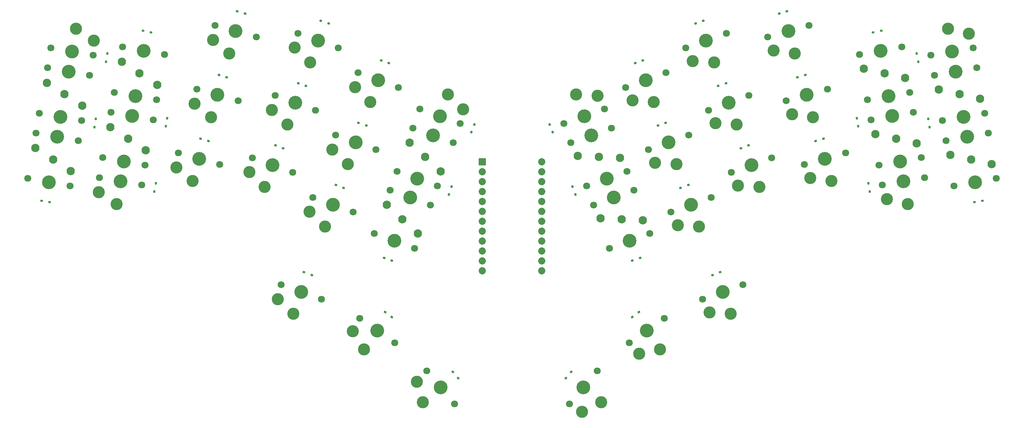
<source format=gbr>
%TF.GenerationSoftware,KiCad,Pcbnew,9.0.2*%
%TF.CreationDate,2025-06-13T21:11:19+02:00*%
%TF.ProjectId,quacken_pcb,71756163-6b65-46e5-9f70-63622e6b6963,v1.0.0*%
%TF.SameCoordinates,Original*%
%TF.FileFunction,Soldermask,Top*%
%TF.FilePolarity,Negative*%
%FSLAX46Y46*%
G04 Gerber Fmt 4.6, Leading zero omitted, Abs format (unit mm)*
G04 Created by KiCad (PCBNEW 9.0.2) date 2025-06-13 21:11:19*
%MOMM*%
%LPD*%
G01*
G04 APERTURE LIST*
G04 Aperture macros list*
%AMRoundRect*
0 Rectangle with rounded corners*
0 $1 Rounding radius*
0 $2 $3 $4 $5 $6 $7 $8 $9 X,Y pos of 4 corners*
0 Add a 4 corners polygon primitive as box body*
4,1,4,$2,$3,$4,$5,$6,$7,$8,$9,$2,$3,0*
0 Add four circle primitives for the rounded corners*
1,1,$1+$1,$2,$3*
1,1,$1+$1,$4,$5*
1,1,$1+$1,$6,$7*
1,1,$1+$1,$8,$9*
0 Add four rect primitives between the rounded corners*
20,1,$1+$1,$2,$3,$4,$5,0*
20,1,$1+$1,$4,$5,$6,$7,0*
20,1,$1+$1,$6,$7,$8,$9,0*
20,1,$1+$1,$8,$9,$2,$3,0*%
G04 Aperture macros list end*
%ADD10C,1.801800*%
%ADD11C,3.100000*%
%ADD12C,3.529000*%
%ADD13RoundRect,0.137500X0.056528X-0.246712X0.201887X0.152657X-0.056528X0.246712X-0.201887X-0.152657X0*%
%ADD14RoundRect,0.137500X-0.201887X0.152657X-0.056528X-0.246712X0.201887X-0.152657X0.056528X0.246712X0*%
%ADD15RoundRect,0.137500X0.246712X0.056528X-0.152657X0.201887X-0.246712X-0.056528X0.152657X-0.201887X0*%
%ADD16C,2.132000*%
%ADD17RoundRect,0.137500X0.242168X0.073601X-0.166368X0.190746X-0.242168X-0.073601X0.166368X-0.190746X0*%
%ADD18RoundRect,0.137500X0.185395X0.172311X-0.233148X0.098511X-0.185395X-0.172311X0.233148X-0.098511X0*%
%ADD19RoundRect,0.137500X0.152657X0.201887X-0.246712X0.056528X-0.152657X-0.201887X0.246712X-0.056528X0*%
%ADD20RoundRect,0.137500X0.098511X-0.233148X0.172311X0.185395X-0.098511X0.233148X-0.172311X-0.185395X0*%
%ADD21RoundRect,0.137500X0.166368X0.190746X-0.242168X0.073601X-0.166368X-0.190746X0.242168X-0.073601X0*%
%ADD22RoundRect,0.137500X-0.152657X-0.201887X0.246712X-0.056528X0.152657X0.201887X-0.246712X0.056528X0*%
%ADD23RoundRect,0.050000X-0.876300X0.876300X-0.876300X-0.876300X0.876300X-0.876300X0.876300X0.876300X0*%
%ADD24C,1.852600*%
%ADD25RoundRect,0.137500X0.233148X0.098511X-0.185395X0.172311X-0.233148X-0.098511X0.185395X-0.172311X0*%
%ADD26RoundRect,0.137500X-0.098511X0.233148X-0.172311X-0.185395X0.098511X-0.233148X0.172311X0.185395X0*%
%ADD27RoundRect,0.137500X-0.172311X0.185395X-0.098511X-0.233148X0.172311X-0.185395X0.098511X0.233148X0*%
%ADD28RoundRect,0.137500X0.031261X0.251168X-0.241923X-0.074401X-0.031261X-0.251168X0.241923X0.074401X0*%
%ADD29RoundRect,0.137500X0.252937X-0.009252X-0.095203X0.234518X-0.252937X0.009252X0.095203X-0.234518X0*%
%ADD30RoundRect,0.137500X0.095203X0.234518X-0.252937X-0.009252X-0.095203X-0.234518X0.252937X0.009252X0*%
%ADD31RoundRect,0.137500X-0.233148X-0.098511X0.185395X-0.172311X0.233148X0.098511X-0.185395X0.172311X0*%
%ADD32RoundRect,0.137500X-0.185395X-0.172311X0.233148X-0.098511X0.185395X0.172311X-0.233148X0.098511X0*%
%ADD33RoundRect,0.137500X0.241923X-0.074401X-0.031261X0.251168X-0.241923X0.074401X0.031261X-0.251168X0*%
%ADD34RoundRect,0.137500X-0.246712X-0.056528X0.152657X-0.201887X0.246712X0.056528X-0.152657X0.201887X0*%
G04 APERTURE END LIST*
D10*
%TO.C,S20*%
X252733105Y-94236241D03*
D11*
X249599816Y-101708523D03*
D12*
X247564796Y-96117353D03*
D11*
X244148909Y-101351301D03*
D10*
X242396487Y-97998465D03*
%TD*%
D13*
%TO.C,*%
X187440058Y-119603703D03*
X188158300Y-117630349D03*
%TD*%
D10*
%TO.C,S23*%
X237272225Y-104386292D03*
D11*
X234138936Y-111858574D03*
D12*
X232103916Y-106267404D03*
D11*
X228688029Y-111501352D03*
D10*
X226935607Y-108148516D03*
%TD*%
D14*
%TO.C,*%
X213321228Y-133605120D03*
X214039470Y-135578474D03*
%TD*%
D15*
%TO.C,*%
X160443712Y-117902839D03*
X158470358Y-117184597D03*
%TD*%
D10*
%TO.C,S27*%
X105843138Y-116424661D03*
X103794087Y-128045393D03*
D12*
X100426695Y-115469596D03*
X98377643Y-127090326D03*
D10*
X92961204Y-126135262D03*
X95010252Y-114514531D03*
D16*
X94842790Y-118343623D03*
X99402171Y-121279962D03*
X103961547Y-124216299D03*
%TD*%
D10*
%TO.C,S9*%
X162915234Y-124123286D03*
D11*
X155711909Y-127833349D03*
D12*
X157746928Y-122242178D03*
D11*
X151765890Y-124055925D03*
D10*
X152578622Y-120361070D03*
%TD*%
D17*
%TO.C,*%
X120014931Y-121893109D03*
X117996281Y-121314271D03*
%TD*%
D18*
%TO.C,*%
X292452289Y-93621494D03*
X290384193Y-93986156D03*
%TD*%
D19*
%TO.C,*%
X246841367Y-91059757D03*
X244868013Y-91778001D03*
%TD*%
D10*
%TO.C,S12*%
X167787136Y-173616904D03*
D12*
X163281799Y-170462238D03*
D11*
X159869016Y-175336193D03*
X157035129Y-170666176D03*
D10*
X158776462Y-167307572D03*
%TD*%
%TO.C,S3*%
X127600179Y-111584554D03*
D11*
X120673199Y-115788053D03*
D12*
X122313240Y-110068548D03*
D11*
X116473290Y-112295091D03*
D10*
X117026301Y-108552542D03*
%TD*%
D19*
%TO.C,*%
X251149254Y-155524044D03*
X249175900Y-156242288D03*
%TD*%
%TO.C,*%
X252655716Y-107034535D03*
X250682362Y-107752779D03*
%TD*%
D20*
%TO.C,*%
X106155602Y-134808210D03*
X106520264Y-132740114D03*
%TD*%
D10*
%TO.C,S28*%
X108795143Y-99682928D03*
X106746092Y-111303660D03*
D12*
X103378700Y-98727863D03*
X101329648Y-110348593D03*
D10*
X95913209Y-109393529D03*
X97962257Y-97772798D03*
D16*
X97794795Y-101601890D03*
X102354176Y-104538229D03*
X106913552Y-107474566D03*
%TD*%
D21*
%TO.C,*%
X277668921Y-121314268D03*
X275650271Y-121893106D03*
%TD*%
D10*
%TO.C,S37*%
X218747772Y-138281125D03*
X222783611Y-149369500D03*
D12*
X227951920Y-147488388D03*
X223916083Y-136400014D03*
D10*
X229084392Y-134518906D03*
X233120229Y-145607276D03*
D16*
X231350707Y-142207455D03*
X225934003Y-141944201D03*
X220517295Y-141680950D03*
%TD*%
D14*
%TO.C,*%
X207506880Y-117630350D03*
X208225124Y-119603704D03*
%TD*%
D10*
%TO.C,S39*%
X79645322Y-97995488D03*
D11*
X86094972Y-93090946D03*
D12*
X85061765Y-98950553D03*
D11*
X90636983Y-96125765D03*
D10*
X90478208Y-99905618D03*
%TD*%
D20*
%TO.C,*%
X90790688Y-118289158D03*
X91155350Y-116221062D03*
%TD*%
D22*
%TO.C,*%
X228675350Y-152545973D03*
X230648704Y-151827731D03*
%TD*%
D20*
%TO.C,*%
X93742697Y-101547427D03*
X94107359Y-99479331D03*
%TD*%
D23*
%TO.C,MCU1*%
X190212593Y-127246948D03*
D24*
X190212592Y-129786947D03*
X190212591Y-132326949D03*
X190212591Y-134866948D03*
X190212589Y-137406947D03*
X190212594Y-139946948D03*
X190212594Y-142486947D03*
X190212591Y-145026950D03*
X190212592Y-147566950D03*
X190212591Y-150106948D03*
X190212591Y-152646949D03*
X190212591Y-155186949D03*
X205452593Y-127246947D03*
X205452593Y-129786947D03*
X205452593Y-132326948D03*
X205452592Y-134866946D03*
X205452593Y-137406946D03*
X205452590Y-139946949D03*
X205452590Y-142486948D03*
X205452595Y-145026949D03*
X205452593Y-147566948D03*
X205452593Y-150106947D03*
X205452592Y-152646949D03*
X205452591Y-155186948D03*
%TD*%
D10*
%TO.C,S26*%
X219650830Y-180837103D03*
D12*
X216115496Y-185050348D03*
D11*
X220673458Y-188874935D03*
X215774226Y-191291024D03*
D10*
X212580162Y-189263593D03*
%TD*%
%TO.C,S7*%
X153268703Y-97998450D03*
D11*
X146065378Y-101708513D03*
D12*
X148100397Y-96117342D03*
D11*
X142119359Y-97931089D03*
D10*
X142932091Y-94236234D03*
%TD*%
D25*
%TO.C,*%
X105280994Y-93986157D03*
X103212898Y-93621495D03*
%TD*%
D10*
%TO.C,S30*%
X297702926Y-97772797D03*
X299751971Y-109393528D03*
D12*
X292286482Y-98727860D03*
X294335527Y-110348593D03*
D10*
X288919088Y-111303654D03*
X286870038Y-99682923D03*
D16*
X288022306Y-103338371D03*
X293311006Y-104538226D03*
X298599707Y-105738081D03*
%TD*%
D19*
%TO.C,*%
X258470049Y-123009304D03*
X256496695Y-123727548D03*
%TD*%
D10*
%TO.C,S8*%
X157100897Y-140098060D03*
D11*
X149897572Y-143808123D03*
D12*
X151932591Y-138216952D03*
D11*
X145951553Y-140030699D03*
D10*
X146764285Y-136335844D03*
%TD*%
D19*
%TO.C,*%
X243009176Y-133159356D03*
X241035822Y-133877600D03*
%TD*%
D10*
%TO.C,S22*%
X243086560Y-120361063D03*
D11*
X239953271Y-127833345D03*
D12*
X237918251Y-122242175D03*
D11*
X234502364Y-127476123D03*
D10*
X232749942Y-124123287D03*
%TD*%
%TO.C,S10*%
X168729586Y-108148510D03*
D11*
X161526261Y-111858573D03*
D12*
X163561280Y-106267402D03*
D11*
X157580242Y-108081149D03*
D10*
X158392974Y-104386294D03*
%TD*%
%TO.C,S11*%
X148960826Y-162462735D03*
D11*
X141757501Y-166172798D03*
D12*
X143792520Y-160581627D03*
D11*
X137811482Y-162395374D03*
D10*
X138624214Y-158700519D03*
%TD*%
%TO.C,S14*%
X303606964Y-131256269D03*
D11*
X299223727Y-138070937D03*
D12*
X298190520Y-132211332D03*
D11*
X293917662Y-136772602D03*
D10*
X292774076Y-133166395D03*
%TD*%
%TO.C,S32*%
X76693306Y-114737210D03*
X78742357Y-103116478D03*
D12*
X82109749Y-115692275D03*
X84158801Y-104071545D03*
D10*
X89575240Y-105026609D03*
X87526192Y-116647340D03*
D16*
X87693654Y-112818248D03*
X83134273Y-109881909D03*
X78574897Y-106945572D03*
%TD*%
D10*
%TO.C,S33*%
X166580799Y-134518915D03*
X162544962Y-145607291D03*
D12*
X171749106Y-136400025D03*
X167713269Y-147488399D03*
D10*
X172881576Y-149369507D03*
X176917415Y-138281137D03*
D16*
X173711409Y-145627670D03*
X169731187Y-141944212D03*
X165750967Y-138260760D03*
%TD*%
D26*
%TO.C,*%
X109472287Y-115998378D03*
X109107625Y-118066474D03*
%TD*%
D17*
%TO.C,*%
X124700758Y-105551668D03*
X122682108Y-104972830D03*
%TD*%
D10*
%TO.C,S35*%
X311091022Y-133389077D03*
X309041977Y-121768346D03*
D12*
X316507466Y-132434014D03*
X314458421Y-120813281D03*
D10*
X319874860Y-119858220D03*
X321923910Y-131478951D03*
D16*
X320771642Y-127823503D03*
X315482942Y-126623648D03*
X310194241Y-125423793D03*
%TD*%
D10*
%TO.C,S1*%
X102891117Y-133166396D03*
D11*
X96441467Y-138070938D03*
D12*
X97474674Y-132211331D03*
D11*
X91899456Y-135036119D03*
D10*
X92058231Y-131256266D03*
%TD*%
D15*
%TO.C,*%
X154629362Y-133877609D03*
X152656008Y-133159367D03*
%TD*%
D27*
%TO.C,*%
X301557823Y-99479327D03*
X301922485Y-101547423D03*
%TD*%
D10*
%TO.C,S21*%
X248900905Y-136335842D03*
D11*
X245767616Y-143808124D03*
D12*
X243732596Y-138216954D03*
D11*
X240316709Y-143450902D03*
D10*
X238564287Y-140098066D03*
%TD*%
%TO.C,S18*%
X264361790Y-126185788D03*
D11*
X261228501Y-133658070D03*
D12*
X259193481Y-128066900D03*
D11*
X255777594Y-133300848D03*
D10*
X254025172Y-129948012D03*
%TD*%
D27*
%TO.C,*%
X304509844Y-116221060D03*
X304874506Y-118289156D03*
%TD*%
D10*
%TO.C,S34*%
X172395139Y-118544133D03*
X168359302Y-129632509D03*
D12*
X177563446Y-120425243D03*
X173527609Y-131513617D03*
D10*
X178695916Y-133394725D03*
X182731755Y-122306355D03*
D16*
X179525749Y-129652888D03*
X175545527Y-125969430D03*
X171565307Y-122285978D03*
%TD*%
D10*
%TO.C,S24*%
X257040989Y-158700522D03*
D11*
X253907700Y-166172804D03*
D12*
X251872680Y-160581634D03*
D11*
X248456793Y-165815582D03*
D10*
X246704371Y-162462746D03*
%TD*%
D27*
%TO.C,*%
X289144929Y-132740110D03*
X289509591Y-134808206D03*
%TD*%
D15*
%TO.C,*%
X166258054Y-101928059D03*
X164284700Y-101209817D03*
%TD*%
D28*
%TO.C,*%
X212960185Y-181032069D03*
X211610331Y-182640763D03*
%TD*%
D29*
%TO.C,*%
X167009788Y-166968725D03*
X165289568Y-165764215D03*
%TD*%
D10*
%TO.C,S42*%
X211154933Y-117419957D03*
D11*
X214288222Y-109947675D03*
D12*
X216323242Y-115538845D03*
D11*
X219739129Y-110304897D03*
D10*
X221491551Y-113657733D03*
%TD*%
%TO.C,S38*%
X212933434Y-122306351D03*
X216969273Y-133394726D03*
D12*
X222137582Y-131513614D03*
X218101745Y-120425240D03*
D10*
X223270054Y-118544132D03*
X227305891Y-129632502D03*
D16*
X225536369Y-126232681D03*
X220119665Y-125969427D03*
X214702957Y-125706176D03*
%TD*%
D15*
%TO.C,*%
X139168493Y-123727545D03*
X137195139Y-123009303D03*
%TD*%
D30*
%TO.C,*%
X230375628Y-165764216D03*
X228655408Y-166968726D03*
%TD*%
D15*
%TO.C,*%
X144982837Y-107752779D03*
X143009483Y-107034537D03*
%TD*%
D19*
%TO.C,*%
X237194832Y-117184592D03*
X235221478Y-117902836D03*
%TD*%
D10*
%TO.C,S13*%
X183085031Y-189263600D03*
D11*
X174991736Y-188874940D03*
D12*
X179549698Y-185050356D03*
D11*
X173463094Y-183630589D03*
D10*
X176014365Y-180837112D03*
%TD*%
%TO.C,S4*%
X132286027Y-95243116D03*
D11*
X125359047Y-99446615D03*
D12*
X126999088Y-93727110D03*
D11*
X121159138Y-95953653D03*
D10*
X121712149Y-92211104D03*
%TD*%
%TO.C,S25*%
X236888729Y-167307560D03*
D11*
X235796173Y-175336185D03*
D12*
X232383393Y-170462230D03*
D11*
X230438542Y-176401933D03*
D10*
X227878057Y-173616900D03*
%TD*%
%TO.C,S17*%
X273953047Y-92211091D03*
D11*
X270306152Y-99446605D03*
D12*
X268666109Y-93727097D03*
D11*
X264893441Y-98710015D03*
D10*
X263379171Y-95243103D03*
%TD*%
%TO.C,S6*%
X147454360Y-113973229D03*
D11*
X140251035Y-117683292D03*
D12*
X142286054Y-112092121D03*
D11*
X136305016Y-113905868D03*
D10*
X137117748Y-110211013D03*
%TD*%
%TO.C,S36*%
X308138996Y-116647334D03*
X306089951Y-105026603D03*
D12*
X313555440Y-115692271D03*
X311506395Y-104071538D03*
D10*
X316922834Y-103116477D03*
X318971884Y-114737208D03*
D16*
X317819616Y-111081760D03*
X312530916Y-109881905D03*
X307242215Y-108682050D03*
%TD*%
D19*
%TO.C,*%
X231380486Y-101209813D03*
X229407132Y-101928057D03*
%TD*%
D10*
%TO.C,S29*%
X300654949Y-114514532D03*
X302703994Y-126135263D03*
D12*
X295238505Y-115469595D03*
X297287550Y-127090328D03*
D10*
X291871111Y-128045389D03*
X289822061Y-116424658D03*
D16*
X290974329Y-120080106D03*
X296263029Y-121279961D03*
X301551730Y-122479816D03*
%TD*%
D10*
%TO.C,S31*%
X73741282Y-131478939D03*
X75790333Y-119858207D03*
D12*
X79157725Y-132434004D03*
X81206777Y-120813274D03*
D10*
X86623216Y-121768338D03*
X84574168Y-133389069D03*
D16*
X84741630Y-129559977D03*
X80182249Y-126623638D03*
X75622873Y-123687301D03*
%TD*%
D31*
%TO.C,*%
X77255437Y-137175719D03*
X79323533Y-137540381D03*
%TD*%
D17*
%TO.C,*%
X129386600Y-89210209D03*
X127367950Y-88631371D03*
%TD*%
D10*
%TO.C,S15*%
X283324721Y-124893989D03*
D11*
X279677826Y-132129503D03*
D12*
X278037783Y-126409995D03*
D11*
X274265115Y-131392913D03*
D10*
X272750845Y-127926001D03*
%TD*%
%TO.C,S5*%
X141640022Y-129948004D03*
D11*
X134436697Y-133658067D03*
D12*
X136471716Y-128066896D03*
D11*
X130490678Y-129880643D03*
D10*
X131303410Y-126185788D03*
%TD*%
%TO.C,S16*%
X278638878Y-108552545D03*
D11*
X274991983Y-115788059D03*
D12*
X273351940Y-110068551D03*
D11*
X269579272Y-115051469D03*
D10*
X268065002Y-111584557D03*
%TD*%
D21*
%TO.C,*%
X272983084Y-104972825D03*
X270964434Y-105551663D03*
%TD*%
D15*
%TO.C,*%
X146489292Y-156242291D03*
X144515938Y-155524049D03*
%TD*%
D21*
%TO.C,*%
X268297252Y-88631370D03*
X266278602Y-89210208D03*
%TD*%
D32*
%TO.C,*%
X316341658Y-137540379D03*
X318409754Y-137175717D03*
%TD*%
D10*
%TO.C,S41*%
X305186984Y-99905608D03*
D11*
X309570221Y-93090940D03*
D12*
X310603428Y-98950545D03*
D11*
X314876286Y-94389275D03*
D10*
X316019872Y-97995482D03*
%TD*%
D15*
%TO.C,*%
X150797181Y-91777998D03*
X148823827Y-91059756D03*
%TD*%
D33*
%TO.C,*%
X184054848Y-182640768D03*
X182704994Y-181032074D03*
%TD*%
D10*
%TO.C,S40*%
X174173647Y-113657735D03*
D11*
X181376973Y-109947672D03*
D12*
X179341954Y-115538843D03*
D11*
X185322992Y-113725096D03*
D10*
X184510261Y-117419951D03*
%TD*%
%TO.C,S19*%
X258547449Y-110211001D03*
D11*
X255414160Y-117683283D03*
D12*
X253379140Y-112092113D03*
D11*
X249963253Y-117326061D03*
D10*
X248210831Y-113973225D03*
%TD*%
D34*
%TO.C,*%
X165016492Y-151827739D03*
X166989846Y-152545981D03*
%TD*%
D27*
%TO.C,*%
X286192898Y-115998379D03*
X286557560Y-118066475D03*
%TD*%
D10*
%TO.C,S2*%
X122914350Y-127926007D03*
D11*
X115987370Y-132129506D03*
D12*
X117627411Y-126410001D03*
D11*
X111787461Y-128636544D03*
D10*
X112340472Y-124893995D03*
%TD*%
D13*
%TO.C,*%
X181625723Y-135578478D03*
X182343965Y-133605124D03*
%TD*%
M02*

</source>
